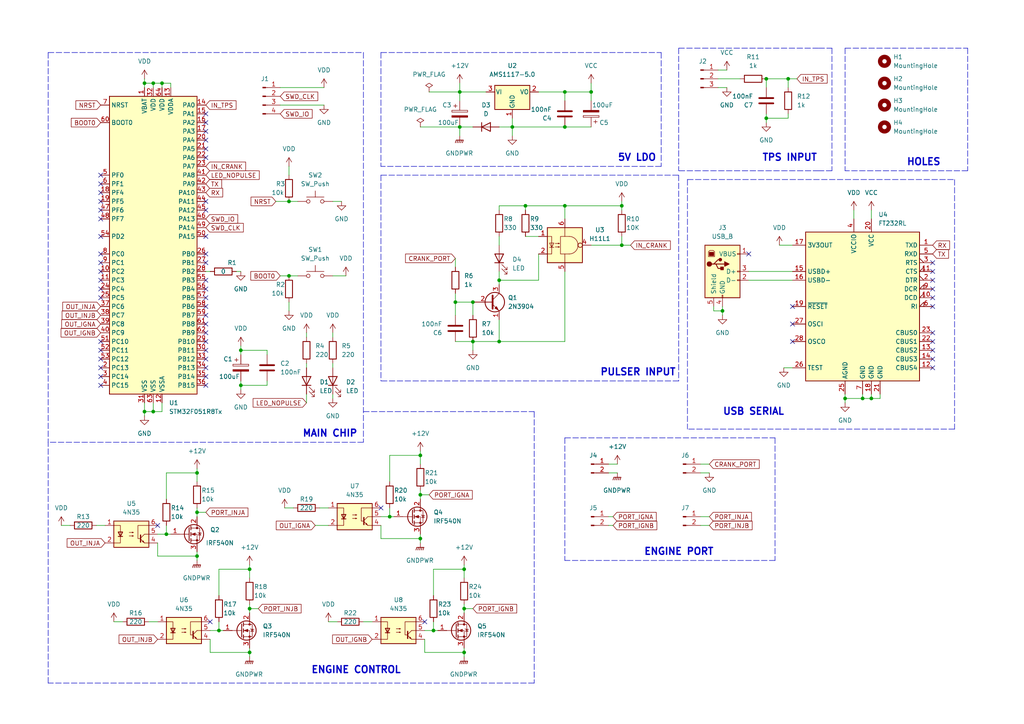
<source format=kicad_sch>
(kicad_sch (version 20211123) (generator eeschema)
  (paper "A4")
  (title_block (title "Custom Engine Control Unit") (date "2022-12-26") (rev "0") (company "Achmadi ST MT"))
  (junction (at 46.99 24.13))
  (junction (at 63.5 182.88))
  (junction (at 209.55 90.17))
  (junction (at 180.34 59.69))
  (junction (at 250.19 115.57))
  (junction (at 121.92 132.08))
  (junction (at 133.35 36.83))
  (junction (at 44.45 119.38))
  (junction (at 171.45 26.67))
  (junction (at 163.83 36.83))
  (junction (at 132.08 87.63))
  (junction (at 48.26 154.94))
  (junction (at 144.78 99.06))
  (junction (at 72.39 165.1))
  (junction (at 41.91 119.38))
  (junction (at 228.6 22.86))
  (junction (at 137.16 87.63))
  (junction (at 222.25 22.86))
  (junction (at 137.16 99.06))
  (junction (at 57.15 148.59))
  (junction (at 69.85 101.6))
  (junction (at 72.39 176.53))
  (junction (at 44.45 24.13))
  (junction (at 180.34 71.12))
  (junction (at 125.73 182.88))
  (junction (at 163.83 59.69))
  (junction (at 222.25 34.29))
  (junction (at 152.4 59.69))
  (junction (at 83.82 58.42))
  (junction (at 252.73 115.57))
  (junction (at 163.83 26.67))
  (junction (at 113.03 149.86))
  (junction (at 69.85 111.76))
  (junction (at 144.78 81.28))
  (junction (at 121.92 156.21))
  (junction (at 121.92 143.51))
  (junction (at 57.15 137.16))
  (junction (at 245.11 115.57))
  (junction (at 134.62 189.23))
  (junction (at 148.59 36.83))
  (junction (at 83.82 80.01))
  (junction (at 41.91 24.13))
  (junction (at 134.62 165.1))
  (junction (at 72.39 189.23))
  (junction (at 133.35 26.67))
  (junction (at 57.15 161.29))
  (junction (at 134.62 176.53))
  (no_connect (at 45.72 152.4))
  (no_connect (at 110.49 147.32))
  (no_connect (at 217.17 73.66))
  (no_connect (at 59.69 73.66))
  (no_connect (at 59.69 68.58))
  (no_connect (at 59.69 60.96))
  (no_connect (at 59.69 58.42))
  (no_connect (at 29.21 60.96))
  (no_connect (at 29.21 63.5))
  (no_connect (at 29.21 68.58))
  (no_connect (at 29.21 58.42))
  (no_connect (at 29.21 50.8))
  (no_connect (at 29.21 53.34))
  (no_connect (at 29.21 55.88))
  (no_connect (at 59.69 45.72))
  (no_connect (at 59.69 43.18))
  (no_connect (at 59.69 40.64))
  (no_connect (at 59.69 38.1))
  (no_connect (at 29.21 101.6))
  (no_connect (at 29.21 104.14))
  (no_connect (at 29.21 106.68))
  (no_connect (at 29.21 109.22))
  (no_connect (at 29.21 99.06))
  (no_connect (at 29.21 86.36))
  (no_connect (at 59.69 96.52))
  (no_connect (at 59.69 99.06))
  (no_connect (at 59.69 101.6))
  (no_connect (at 59.69 88.9))
  (no_connect (at 59.69 91.44))
  (no_connect (at 59.69 93.98))
  (no_connect (at 29.21 73.66))
  (no_connect (at 29.21 111.76))
  (no_connect (at 59.69 104.14))
  (no_connect (at 59.69 106.68))
  (no_connect (at 59.69 109.22))
  (no_connect (at 59.69 111.76))
  (no_connect (at 29.21 83.82))
  (no_connect (at 29.21 76.2))
  (no_connect (at 29.21 78.74))
  (no_connect (at 29.21 81.28))
  (no_connect (at 59.69 86.36))
  (no_connect (at 59.69 83.82))
  (no_connect (at 59.69 81.28))
  (no_connect (at 59.69 76.2))
  (no_connect (at 59.69 35.56))
  (no_connect (at 59.69 33.02))
  (no_connect (at 60.96 180.34))
  (no_connect (at 123.19 180.34))
  (no_connect (at 229.87 99.06))
  (no_connect (at 229.87 93.98))
  (no_connect (at 229.87 88.9))
  (no_connect (at 270.51 106.68))
  (no_connect (at 270.51 101.6))
  (no_connect (at 270.51 104.14))
  (no_connect (at 270.51 78.74))
  (no_connect (at 270.51 83.82))
  (no_connect (at 270.51 76.2))
  (no_connect (at 270.51 81.28))
  (no_connect (at 270.51 86.36))
  (no_connect (at 270.51 88.9))
  (no_connect (at 270.51 96.52))
  (no_connect (at 270.51 99.06))
  (wire (pts (xy 134.62 175.26) (xy 134.62 176.53)))
  (wire (pts (xy 113.03 132.08) (xy 121.92 132.08)))
  (wire (pts (xy 113.03 147.32) (xy 113.03 149.86)))
  (wire (pts (xy 208.28 20.32) (xy 210.82 20.32)))
  (wire (pts (xy 69.85 100.33) (xy 69.85 101.6)))
  (polyline (pts (xy 105.41 15.24) (xy 105.41 128.27)))
  (wire (pts (xy 209.55 90.17) (xy 209.55 91.44)))
  (polyline (pts (xy 110.49 15.24) (xy 191.77 15.24)))
  (wire (pts (xy 148.59 34.29) (xy 148.59 36.83)))
  (wire (pts (xy 148.59 36.83) (xy 163.83 36.83)))
  (wire (pts (xy 41.91 24.13) (xy 44.45 24.13)))
  (wire (pts (xy 96.52 114.3) (xy 96.52 115.57)))
  (wire (pts (xy 83.82 80.01) (xy 86.36 80.01)))
  (polyline (pts (xy 280.67 49.53) (xy 245.11 49.53)))
  (wire (pts (xy 180.34 59.69) (xy 180.34 60.96)))
  (wire (pts (xy 163.83 78.74) (xy 163.83 99.06)))
  (wire (pts (xy 134.62 176.53) (xy 134.62 177.8)))
  (wire (pts (xy 81.28 80.01) (xy 83.82 80.01)))
  (wire (pts (xy 105.41 180.34) (xy 107.95 180.34)))
  (wire (pts (xy 82.55 147.32) (xy 85.09 147.32)))
  (polyline (pts (xy 110.49 15.24) (xy 110.49 48.26)))
  (wire (pts (xy 252.73 114.3) (xy 252.73 115.57)))
  (wire (pts (xy 48.26 144.78) (xy 48.26 137.16)))
  (wire (pts (xy 163.83 99.06) (xy 144.78 99.06)))
  (wire (pts (xy 81.28 30.48) (xy 93.98 30.48)))
  (polyline (pts (xy 13.97 198.12) (xy 13.97 128.27)))
  (wire (pts (xy 125.73 165.1) (xy 134.62 165.1)))
  (polyline (pts (xy 196.85 13.97) (xy 196.85 49.53)))
  (wire (pts (xy 113.03 149.86) (xy 114.3 149.86)))
  (wire (pts (xy 46.99 119.38) (xy 44.45 119.38)))
  (wire (pts (xy 180.34 58.42) (xy 180.34 59.69)))
  (wire (pts (xy 41.91 120.65) (xy 41.91 119.38)))
  (wire (pts (xy 69.85 78.74) (xy 68.58 78.74)))
  (wire (pts (xy 88.9 114.3) (xy 88.9 116.84)))
  (wire (pts (xy 44.45 25.4) (xy 44.45 24.13)))
  (wire (pts (xy 121.92 142.24) (xy 121.92 143.51)))
  (wire (pts (xy 227.33 106.68) (xy 229.87 106.68)))
  (wire (pts (xy 72.39 165.1) (xy 72.39 167.64)))
  (polyline (pts (xy 237.49 13.97) (xy 241.3 13.97)))
  (wire (pts (xy 83.82 58.42) (xy 86.36 58.42)))
  (polyline (pts (xy 13.97 15.24) (xy 105.41 15.24)))
  (wire (pts (xy 69.85 101.6) (xy 77.47 101.6)))
  (wire (pts (xy 203.2 137.16) (xy 205.74 137.16)))
  (polyline (pts (xy 241.3 49.53) (xy 237.49 49.53)))
  (wire (pts (xy 57.15 147.32) (xy 57.15 148.59)))
  (wire (pts (xy 133.35 36.83) (xy 137.16 36.83)))
  (wire (pts (xy 156.21 81.28) (xy 156.21 73.66)))
  (polyline (pts (xy 196.85 110.49) (xy 110.49 110.49)))
  (wire (pts (xy 144.78 78.74) (xy 144.78 81.28)))
  (polyline (pts (xy 163.83 127) (xy 224.79 127)))
  (wire (pts (xy 69.85 110.49) (xy 69.85 111.76)))
  (wire (pts (xy 83.82 87.63) (xy 83.82 90.17)))
  (wire (pts (xy 207.01 90.17) (xy 209.55 90.17)))
  (wire (pts (xy 17.78 152.4) (xy 20.32 152.4)))
  (wire (pts (xy 93.98 25.4) (xy 81.28 25.4)))
  (polyline (pts (xy 237.49 49.53) (xy 196.85 49.53)))
  (wire (pts (xy 88.9 96.52) (xy 88.9 97.79)))
  (wire (pts (xy 133.35 26.67) (xy 133.35 29.21)))
  (wire (pts (xy 163.83 59.69) (xy 180.34 59.69)))
  (polyline (pts (xy 280.67 13.97) (xy 280.67 49.53)))
  (wire (pts (xy 176.53 134.62) (xy 179.07 134.62)))
  (wire (pts (xy 144.78 60.96) (xy 144.78 59.69)))
  (wire (pts (xy 132.08 99.06) (xy 137.16 99.06)))
  (wire (pts (xy 163.83 36.83) (xy 171.45 36.83)))
  (wire (pts (xy 121.92 143.51) (xy 121.92 144.78)))
  (wire (pts (xy 124.46 26.67) (xy 133.35 26.67)))
  (wire (pts (xy 72.39 187.96) (xy 72.39 189.23)))
  (wire (pts (xy 152.4 60.96) (xy 152.4 59.69)))
  (wire (pts (xy 144.78 36.83) (xy 148.59 36.83)))
  (wire (pts (xy 148.59 36.83) (xy 148.59 39.37)))
  (wire (pts (xy 57.15 135.89) (xy 57.15 137.16)))
  (wire (pts (xy 222.25 33.02) (xy 222.25 34.29)))
  (wire (pts (xy 123.19 185.42) (xy 123.19 189.23)))
  (wire (pts (xy 69.85 111.76) (xy 69.85 113.03)))
  (wire (pts (xy 250.19 114.3) (xy 250.19 115.57)))
  (wire (pts (xy 27.94 152.4) (xy 30.48 152.4)))
  (wire (pts (xy 60.96 78.74) (xy 59.69 78.74)))
  (wire (pts (xy 222.25 34.29) (xy 222.25 35.56)))
  (wire (pts (xy 123.19 182.88) (xy 125.73 182.88)))
  (wire (pts (xy 41.91 24.13) (xy 41.91 25.4)))
  (wire (pts (xy 180.34 71.12) (xy 182.88 71.12)))
  (wire (pts (xy 45.72 161.29) (xy 57.15 161.29)))
  (wire (pts (xy 171.45 26.67) (xy 171.45 29.21)))
  (wire (pts (xy 69.85 101.6) (xy 69.85 102.87)))
  (wire (pts (xy 176.53 152.4) (xy 177.8 152.4)))
  (wire (pts (xy 45.72 157.48) (xy 45.72 161.29)))
  (wire (pts (xy 121.92 132.08) (xy 121.92 134.62)))
  (polyline (pts (xy 163.83 127) (xy 163.83 162.56)))
  (wire (pts (xy 133.35 24.13) (xy 133.35 26.67)))
  (wire (pts (xy 250.19 115.57) (xy 245.11 115.57)))
  (wire (pts (xy 134.62 165.1) (xy 134.62 167.64)))
  (wire (pts (xy 63.5 180.34) (xy 63.5 182.88)))
  (wire (pts (xy 60.96 189.23) (xy 72.39 189.23)))
  (wire (pts (xy 228.6 22.86) (xy 231.14 22.86)))
  (wire (pts (xy 72.39 189.23) (xy 72.39 190.5)))
  (wire (pts (xy 44.45 119.38) (xy 41.91 119.38)))
  (wire (pts (xy 110.49 152.4) (xy 110.49 156.21)))
  (wire (pts (xy 110.49 156.21) (xy 121.92 156.21)))
  (polyline (pts (xy 105.41 119.38) (xy 154.94 119.38)))
  (wire (pts (xy 140.97 26.67) (xy 133.35 26.67)))
  (wire (pts (xy 96.52 58.42) (xy 99.06 58.42)))
  (wire (pts (xy 43.18 180.34) (xy 45.72 180.34)))
  (wire (pts (xy 132.08 74.93) (xy 132.08 77.47)))
  (wire (pts (xy 88.9 105.41) (xy 88.9 106.68)))
  (wire (pts (xy 96.52 96.52) (xy 96.52 97.79)))
  (wire (pts (xy 60.96 185.42) (xy 60.96 189.23)))
  (wire (pts (xy 96.52 80.01) (xy 100.33 80.01)))
  (wire (pts (xy 252.73 60.96) (xy 252.73 63.5)))
  (wire (pts (xy 134.62 189.23) (xy 134.62 190.5)))
  (wire (pts (xy 203.2 134.62) (xy 205.74 134.62)))
  (polyline (pts (xy 224.79 162.56) (xy 163.83 162.56)))
  (wire (pts (xy 57.15 160.02) (xy 57.15 161.29)))
  (wire (pts (xy 255.27 114.3) (xy 255.27 115.57)))
  (wire (pts (xy 228.6 33.02) (xy 228.6 34.29)))
  (wire (pts (xy 228.6 25.4) (xy 228.6 22.86)))
  (polyline (pts (xy 196.85 13.97) (xy 237.49 13.97)))
  (wire (pts (xy 91.44 152.4) (xy 95.25 152.4)))
  (polyline (pts (xy 196.85 50.8) (xy 196.85 110.49)))
  (wire (pts (xy 144.78 68.58) (xy 144.78 71.12)))
  (wire (pts (xy 57.15 162.56) (xy 57.15 161.29)))
  (wire (pts (xy 156.21 26.67) (xy 163.83 26.67)))
  (wire (pts (xy 176.53 137.16) (xy 179.07 137.16)))
  (wire (pts (xy 217.17 78.74) (xy 229.87 78.74)))
  (wire (pts (xy 252.73 115.57) (xy 255.27 115.57)))
  (wire (pts (xy 72.39 163.83) (xy 72.39 165.1)))
  (wire (pts (xy 228.6 22.86) (xy 222.25 22.86)))
  (wire (pts (xy 125.73 180.34) (xy 125.73 182.88)))
  (wire (pts (xy 245.11 114.3) (xy 245.11 115.57)))
  (wire (pts (xy 125.73 172.72) (xy 125.73 165.1)))
  (polyline (pts (xy 110.49 50.8) (xy 110.49 110.49)))
  (wire (pts (xy 121.92 130.81) (xy 121.92 132.08)))
  (wire (pts (xy 133.35 36.83) (xy 133.35 39.37)))
  (polyline (pts (xy 154.94 119.38) (xy 154.94 198.12)))
  (wire (pts (xy 176.53 149.86) (xy 177.8 149.86)))
  (wire (pts (xy 46.99 25.4) (xy 46.99 24.13)))
  (wire (pts (xy 203.2 149.86) (xy 205.74 149.86)))
  (polyline (pts (xy 191.77 48.26) (xy 110.49 48.26)))
  (wire (pts (xy 134.62 176.53) (xy 137.16 176.53)))
  (wire (pts (xy 137.16 87.63) (xy 137.16 91.44)))
  (wire (pts (xy 113.03 139.7) (xy 113.03 132.08)))
  (wire (pts (xy 121.92 154.94) (xy 121.92 156.21)))
  (polyline (pts (xy 110.49 50.8) (xy 196.85 50.8)))
  (wire (pts (xy 144.78 81.28) (xy 156.21 81.28)))
  (wire (pts (xy 77.47 111.76) (xy 69.85 111.76)))
  (wire (pts (xy 123.19 189.23) (xy 134.62 189.23)))
  (wire (pts (xy 46.99 24.13) (xy 44.45 24.13)))
  (polyline (pts (xy 245.11 13.97) (xy 245.11 49.53)))
  (wire (pts (xy 121.92 156.21) (xy 121.92 157.48)))
  (wire (pts (xy 134.62 163.83) (xy 134.62 165.1)))
  (wire (pts (xy 226.06 71.12) (xy 229.87 71.12)))
  (wire (pts (xy 125.73 182.88) (xy 127 182.88)))
  (polyline (pts (xy 199.39 52.07) (xy 276.86 52.07)))
  (wire (pts (xy 72.39 176.53) (xy 72.39 177.8)))
  (wire (pts (xy 217.17 81.28) (xy 229.87 81.28)))
  (wire (pts (xy 132.08 85.09) (xy 132.08 87.63)))
  (wire (pts (xy 171.45 24.13) (xy 171.45 26.67)))
  (wire (pts (xy 77.47 110.49) (xy 77.47 111.76)))
  (wire (pts (xy 45.72 154.94) (xy 48.26 154.94)))
  (polyline (pts (xy 276.86 52.07) (xy 276.86 124.46)))
  (wire (pts (xy 245.11 115.57) (xy 245.11 116.84)))
  (polyline (pts (xy 154.94 198.12) (xy 13.97 198.12)))
  (polyline (pts (xy 276.86 124.46) (xy 199.39 124.46)))
  (wire (pts (xy 83.82 48.26) (xy 83.82 50.8)))
  (wire (pts (xy 57.15 148.59) (xy 57.15 149.86)))
  (polyline (pts (xy 199.39 52.07) (xy 199.39 124.46)))
  (wire (pts (xy 63.5 172.72) (xy 63.5 165.1)))
  (wire (pts (xy 163.83 26.67) (xy 171.45 26.67)))
  (wire (pts (xy 144.78 92.71) (xy 144.78 99.06)))
  (wire (pts (xy 171.45 71.12) (xy 180.34 71.12)))
  (wire (pts (xy 57.15 137.16) (xy 57.15 139.7)))
  (wire (pts (xy 49.53 24.13) (xy 46.99 24.13)))
  (wire (pts (xy 72.39 175.26) (xy 72.39 176.53)))
  (wire (pts (xy 48.26 154.94) (xy 49.53 154.94)))
  (wire (pts (xy 247.65 60.96) (xy 247.65 63.5)))
  (wire (pts (xy 163.83 26.67) (xy 163.83 29.21)))
  (wire (pts (xy 96.52 105.41) (xy 96.52 106.68)))
  (wire (pts (xy 48.26 137.16) (xy 57.15 137.16)))
  (wire (pts (xy 132.08 91.44) (xy 132.08 87.63)))
  (wire (pts (xy 92.71 147.32) (xy 95.25 147.32)))
  (wire (pts (xy 132.08 87.63) (xy 137.16 87.63)))
  (wire (pts (xy 144.78 59.69) (xy 152.4 59.69)))
  (wire (pts (xy 72.39 176.53) (xy 74.93 176.53)))
  (wire (pts (xy 33.02 180.34) (xy 35.56 180.34)))
  (wire (pts (xy 44.45 116.84) (xy 44.45 119.38)))
  (wire (pts (xy 77.47 102.87) (xy 77.47 101.6)))
  (wire (pts (xy 152.4 68.58) (xy 156.21 68.58)))
  (wire (pts (xy 144.78 82.55) (xy 144.78 81.28)))
  (wire (pts (xy 222.25 22.86) (xy 222.25 25.4)))
  (polyline (pts (xy 241.3 13.97) (xy 241.3 49.53)))
  (wire (pts (xy 49.53 25.4) (xy 49.53 24.13)))
  (wire (pts (xy 137.16 99.06) (xy 137.16 101.6)))
  (wire (pts (xy 163.83 63.5) (xy 163.83 59.69)))
  (wire (pts (xy 134.62 187.96) (xy 134.62 189.23)))
  (wire (pts (xy 250.19 115.57) (xy 252.73 115.57)))
  (wire (pts (xy 152.4 59.69) (xy 163.83 59.69)))
  (polyline (pts (xy 191.77 15.24) (xy 191.77 48.26)))
  (wire (pts (xy 180.34 68.58) (xy 180.34 71.12)))
  (wire (pts (xy 144.78 99.06) (xy 137.16 99.06)))
  (wire (pts (xy 208.28 25.4) (xy 210.82 25.4)))
  (polyline (pts (xy 245.11 13.97) (xy 280.67 13.97)))
  (wire (pts (xy 60.96 182.88) (xy 63.5 182.88)))
  (wire (pts (xy 203.2 152.4) (xy 205.74 152.4)))
  (wire (pts (xy 41.91 116.84) (xy 41.91 119.38)))
  (polyline (pts (xy 224.79 127) (xy 224.79 162.56)))
  (wire (pts (xy 80.01 58.42) (xy 83.82 58.42)))
  (wire (pts (xy 63.5 165.1) (xy 72.39 165.1)))
  (wire (pts (xy 208.28 22.86) (xy 214.63 22.86)))
  (wire (pts (xy 48.26 152.4) (xy 48.26 154.94)))
  (wire (pts (xy 121.92 143.51) (xy 124.46 143.51)))
  (wire (pts (xy 228.6 34.29) (xy 222.25 34.29)))
  (wire (pts (xy 57.15 148.59) (xy 59.69 148.59)))
  (wire (pts (xy 41.91 22.86) (xy 41.91 24.13)))
  (wire (pts (xy 209.55 88.9) (xy 209.55 90.17)))
  (polyline (pts (xy 13.97 15.24) (xy 13.97 128.27)))
  (wire (pts (xy 121.92 36.83) (xy 133.35 36.83)))
  (wire (pts (xy 110.49 149.86) (xy 113.03 149.86)))
  (wire (pts (xy 207.01 88.9) (xy 207.01 90.17)))
  (wire (pts (xy 46.99 116.84) (xy 46.99 119.38)))
  (polyline (pts (xy 105.41 128.27) (xy 13.97 128.27)))
  (wire (pts (xy 63.5 182.88) (xy 64.77 182.88)))
  (wire (pts (xy 95.25 180.34) (xy 97.79 180.34)))
  (text "PULSER INPUT\n" (at 173.99 109.22 0) (effects (font (size 2 2) bold) (justify left bottom)))
  (text "MAIN CHIP" (at 87.63 127 0) (effects (font (size 2 2) (thickness 0.4) bold) (justify left bottom)))
  (text "5V LDO" (at 179.07 46.99 0) (effects (font (size 2 2) bold) (justify left bottom)))
  (text "USB SERIAL\n" (at 209.55 120.65 0) (effects (font (size 2 2) bold) (justify left bottom)))
  (text "ENGINE PORT\n" (at 186.69 161.29 0) (effects (font (size 2 2) bold) (justify left bottom)))
  (text "HOLES\n" (at 262.89 48.26 0) (effects (font (size 2 2) bold) (justify left bottom)))
  (text "TPS INPUT\n" (at 220.98 46.99 0) (effects (font (size 2 2) bold) (justify left bottom)))
  (text "ENGINE CONTROL\n" (at 90.17 195.58 0) (effects (font (size 2 2) bold) (justify left bottom)))
  (global_label "RX" (shape input) (at 59.69 55.88 0) (property "Intersheet References" "${INTERSHEET_REFS}" (effects hide)))
  (global_label "NRST" (shape input) (at 29.21 30.48 180) (property "Intersheet References" "${INTERSHEET_REFS}" (effects hide)))
  (global_label "OUT_IGNB" (shape input) (at 29.21 96.52 180) (property "Intersheet References" "${INTERSHEET_REFS}" (effects hide)))
  (global_label "OUT_INJB" (shape input) (at 45.72 185.42 180) (property "Intersheet References" "${INTERSHEET_REFS}" (effects hide)))
  (global_label "CRANK_PORT" (shape input) (at 205.74 134.62 0) (property "Intersheet References" "${INTERSHEET_REFS}" (effects hide)))
  (global_label "RX" (shape input) (at 270.51 71.12 0) (property "Intersheet References" "${INTERSHEET_REFS}" (effects hide)))
  (global_label "TX" (shape input) (at 270.51 73.66 0) (property "Intersheet References" "${INTERSHEET_REFS}" (effects hide)))
  (global_label "OUT_INJB" (shape input) (at 29.21 91.44 180) (property "Intersheet References" "${INTERSHEET_REFS}" (effects hide)))
  (global_label "PORT_IGNB" (shape input) (at 177.8 152.4 0) (property "Intersheet References" "${INTERSHEET_REFS}" (effects hide)))
  (global_label "IN_CRANK" (shape input) (at 182.88 71.12 0) (property "Intersheet References" "${INTERSHEET_REFS}" (effects hide)))
  (global_label "BOOT0" (shape input) (at 29.21 35.56 180) (property "Intersheet References" "${INTERSHEET_REFS}" (effects hide)))
  (global_label "PORT_IGNA" (shape input) (at 177.8 149.86 0) (property "Intersheet References" "${INTERSHEET_REFS}" (effects hide)))
  (global_label "LED_NOPULSE" (shape input) (at 59.69 50.8 0) (property "Intersheet References" "${INTERSHEET_REFS}" (effects hide)))
  (global_label "PORT_IGNB" (shape input) (at 137.16 176.53 0) (property "Intersheet References" "${INTERSHEET_REFS}" (effects hide)))
  (global_label "IN_TPS" (shape input) (at 231.14 22.86 0) (property "Intersheet References" "${INTERSHEET_REFS}" (effects hide)))
  (global_label "OUT_IGNA" (shape input) (at 29.21 93.98 180) (property "Intersheet References" "${INTERSHEET_REFS}" (effects hide)))
  (global_label "PORT_IGNA" (shape input) (at 124.46 143.51 0) (property "Intersheet References" "${INTERSHEET_REFS}" (effects hide)))
  (global_label "NRST" (shape input) (at 80.01 58.42 180) (property "Intersheet References" "${INTERSHEET_REFS}" (effects hide)))
  (global_label "OUT_INJA" (shape input) (at 29.21 88.9 180) (property "Intersheet References" "${INTERSHEET_REFS}" (effects hide)))
  (global_label "OUT_IGNB" (shape input) (at 107.95 185.42 180) (property "Intersheet References" "${INTERSHEET_REFS}" (effects hide)))
  (global_label "IN_TPS" (shape input) (at 59.69 30.48 0) (property "Intersheet References" "${INTERSHEET_REFS}" (effects hide)))
  (global_label "CRANK_PORT" (shape input) (at 132.08 74.93 180) (property "Intersheet References" "${INTERSHEET_REFS}" (effects hide)))
  (global_label "BOOT0" (shape input) (at 81.28 80.01 180) (property "Intersheet References" "${INTERSHEET_REFS}" (effects hide)))
  (global_label "TX" (shape input) (at 59.69 53.34 0) (property "Intersheet References" "${INTERSHEET_REFS}" (effects hide)))
  (global_label "SWD_IO" (shape input) (at 81.28 33.02 0) (property "Intersheet References" "${INTERSHEET_REFS}" (effects hide)))
  (global_label "PORT_INJB" (shape input) (at 205.74 152.4 0) (property "Intersheet References" "${INTERSHEET_REFS}" (effects hide)))
  (global_label "PORT_INJA" (shape input) (at 205.74 149.86 0) (property "Intersheet References" "${INTERSHEET_REFS}" (effects hide)))
  (global_label "SWD_IO" (shape input) (at 59.69 63.5 0) (property "Intersheet References" "${INTERSHEET_REFS}" (effects hide)))
  (global_label "IN_CRANK" (shape input) (at 59.69 48.26 0) (property "Intersheet References" "${INTERSHEET_REFS}" (effects hide)))
  (global_label "PORT_INJA" (shape input) (at 59.69 148.59 0) (property "Intersheet References" "${INTERSHEET_REFS}" (effects hide)))
  (global_label "PORT_INJB" (shape input) (at 74.93 176.53 0) (property "Intersheet References" "${INTERSHEET_REFS}" (effects hide)))
  (global_label "OUT_IGNA" (shape input) (at 91.44 152.4 180) (property "Intersheet References" "${INTERSHEET_REFS}" (effects hide)))
  (global_label "OUT_INJA" (shape input) (at 30.48 157.48 180) (property "Intersheet References" "${INTERSHEET_REFS}" (effects hide)))
  (global_label "LED_NOPULSE" (shape input) (at 88.9 116.84 180) (property "Intersheet References" "${INTERSHEET_REFS}" (effects hide)))
  (global_label "SWD_CLK" (shape input) (at 59.69 66.04 0) (property "Intersheet References" "${INTERSHEET_REFS}" (effects hide)))
  (global_label "SWD_CLK" (shape input) (at 81.28 27.94 0) (property "Intersheet References" "${INTERSHEET_REFS}" (effects hide)))
  (symbol (lib_id "Mechanical:MountingHole") (at 256.54 24.13 0) (unit 1)
    (property "Reference" "H2" (at 259.08 22.8599 0) (effects (justify left)))
    (property "Value" "MountingHole" (at 259.08 25.3999 0) (effects (justify left)))
  )
  (symbol (lib_id "power:VCC") (at 171.45 24.13 0) (unit 1)
    (property "Reference" "#PWR019" (effects hide))
    (property "Value" "VCC" (at 171.45 19.05 0))
  )
  (symbol (lib_id "Device:C_Polarized") (at 69.85 106.68 0) (unit 1)
    (property "Reference" "C1" (at 64.77 104.14 0) (effects (justify left)))
    (property "Value" "100uF" (at 63.5 109.22 0) (effects (justify left)))
  )
  (symbol (lib_id "Device:R") (at 57.15 143.51 0) (unit 1)
    (property "Reference" "R15" (at 58.42 142.24 0) (effects (justify left)))
    (property "Value" "10k" (at 58.42 144.78 0) (effects (justify left)))
  )
  (symbol (lib_id "power:GND") (at 93.98 30.48 0) (unit 1)
    (property "Reference" "#PWR07" (effects hide))
    (property "Value" "GND" (at 93.98 35.56 0))
  )
  (symbol (lib_id "power:GNDPWR") (at 133.35 39.37 0) (unit 1)
    (property "Reference" "#PWR016" (effects hide))
    (property "Value" "GNDPWR" (at 133.223 44.45 0))
  )
  (symbol (lib_id "power:+12V") (at 121.92 130.81 0) (unit 1)
    (property "Reference" "#PWR037" (effects hide))
    (property "Value" "+12V" (at 121.92 125.73 0))
  )
  (symbol (lib_id "power:VDD") (at 96.52 96.52 0) (unit 1)
    (property "Reference" "#PWR013" (effects hide))
    (property "Value" "VDD" (at 96.52 91.44 0))
  )
  (symbol (lib_id "Device:R") (at 63.5 176.53 0) (unit 1)
    (property "Reference" "R17" (at 64.77 175.26 0) (effects (justify left)))
    (property "Value" "10k" (at 64.77 177.8 0) (effects (justify left)))
  )
  (symbol (lib_id "Device:LED") (at 144.78 74.93 90) (unit 1)
    (property "Reference" "D4" (at 148.59 75.2474 90) (effects (justify right)))
    (property "Value" "LED" (at 148.59 77.7874 90) (effects (justify right)))
  )
  (symbol (lib_id "Device:R") (at 48.26 148.59 0) (unit 1)
    (property "Reference" "R14" (at 49.53 147.32 0) (effects (justify left)))
    (property "Value" "10k" (at 49.53 149.86 0) (effects (justify left)))
  )
  (symbol (lib_id "Transistor_FET:IRF540N") (at 119.38 149.86 0) (unit 1)
    (property "Reference" "Q4" (at 125.73 148.5899 0) (effects (justify left)))
    (property "Value" "IRF540N" (at 125.73 151.1299 0) (effects (justify left)))
    (property "Footprint" "Package_TO_SOT_THT:TO-220-3_Vertical" (effects hide))
    (property "Datasheet" "http://www.irf.com/product-info/datasheets/data/irf540n.pdf" (effects hide))
  )
  (symbol (lib_id "power:GND") (at 245.11 116.84 0) (unit 1)
    (property "Reference" "#PWR026" (effects hide))
    (property "Value" "GND" (at 245.11 121.92 0))
  )
  (symbol (lib_id "Device:C") (at 163.83 33.02 180) (unit 1)
    (property "Reference" "C4" (at 160.02 34.2901 0) (effects (justify left)))
    (property "Value" "100nF" (at 160.02 31.7501 0) (effects (justify left)))
  )
  (symbol (lib_id "Device:LED") (at 88.9 110.49 90) (unit 1)
    (property "Reference" "D1" (at 92.71 110.8074 90) (effects (justify right)))
    (property "Value" "LED" (at 92.71 113.3474 90) (effects (justify right)))
  )
  (symbol (lib_id "power:VDD") (at 95.25 180.34 0) (unit 1)
    (property "Reference" "#PWR039" (effects hide))
    (property "Value" "VDD" (at 95.25 175.26 0))
  )
  (symbol (lib_id "Device:R") (at 134.62 171.45 0) (unit 1)
    (property "Reference" "R24" (at 135.89 170.18 0) (effects (justify left)))
    (property "Value" "10k" (at 135.89 172.72 0) (effects (justify left)))
  )
  (symbol (lib_id "power:GND") (at 148.59 39.37 0) (unit 1)
    (property "Reference" "#PWR017" (effects hide))
    (property "Value" "GND" (at 148.59 44.45 0))
  )
  (symbol (lib_id "Mechanical:MountingHole") (at 256.54 30.48 0) (unit 1)
    (property "Reference" "H3" (at 259.08 29.2099 0) (effects (justify left)))
    (property "Value" "MountingHole" (at 259.08 31.7499 0) (effects (justify left)))
  )
  (symbol (lib_id "power:GND") (at 41.91 120.65 0) (unit 1)
    (property "Reference" "#PWR02" (effects hide))
    (property "Value" "GND" (at 41.91 125.73 0))
  )
  (symbol (lib_id "power:GNDPWR") (at 121.92 157.48 0) (unit 1)
    (property "Reference" "#PWR038" (effects hide))
    (property "Value" "GNDPWR" (at 121.793 162.56 0))
  )
  (symbol (lib_id "Device:C_Polarized") (at 171.45 33.02 180) (unit 1)
    (property "Reference" "C5" (at 176.53 35.56 0) (effects (justify left)))
    (property "Value" "100uF" (at 177.8 30.48 0) (effects (justify left)))
  )
  (symbol (lib_id "power:+12V") (at 133.35 24.13 0) (unit 1)
    (property "Reference" "#PWR015" (effects hide))
    (property "Value" "+12V" (at 133.35 19.05 0))
  )
  (symbol (lib_id "power:GND") (at 83.82 90.17 0) (unit 1)
    (property "Reference" "#PWR04" (effects hide))
    (property "Value" "GND" (at 83.82 95.25 0))
  )
  (symbol (lib_id "MCU_ST_STM32F0:STM32F051R8Tx") (at 44.45 71.12 0) (unit 1)
    (property "Reference" "U1" (at 49.0094 116.84 0) (effects (justify left)))
    (property "Value" "STM32F051R8Tx" (at 49.0094 119.38 0) (effects (justify left)))
    (property "Footprint" "Package_QFP:LQFP-64_10x10mm_P0.5mm" (effects hide))
    (property "Datasheet" "http://www.st.com/st-web-ui/static/active/en/resource/technical/document/datasheet/DM00039193.pdf" (effects hide))
  )
  (symbol (lib_id "Switch:SW_Push") (at 91.44 58.42 0) (unit 1)
    (property "Reference" "SW2" (at 91.44 50.8 0))
    (property "Value" "SW_Push" (at 91.44 53.34 0))
  )
  (symbol (lib_id "Device:R") (at 101.6 180.34 90) (unit 1)
    (property "Reference" "R22" (at 101.6 177.8 90))
    (property "Value" "220" (at 101.6 180.34 90))
  )
  (symbol (lib_id "Device:R") (at 64.77 78.74 90) (unit 1)
    (property "Reference" "R1" (at 67.31 76.2 90))
    (property "Value" "0" (at 64.77 78.74 90))
  )
  (symbol (lib_id "power:VDD") (at 82.55 147.32 0) (unit 1)
    (property "Reference" "#PWR036" (effects hide))
    (property "Value" "VDD" (at 82.55 142.24 0))
  )
  (symbol (lib_id "Device:R") (at 96.52 101.6 0) (unit 1)
    (property "Reference" "R5" (at 99.06 100.3299 0) (effects (justify left)))
    (property "Value" "220" (at 99.06 102.8699 0) (effects (justify left)))
  )
  (symbol (lib_id "power:VDD") (at 180.34 58.42 0) (unit 1)
    (property "Reference" "#PWR020" (effects hide))
    (property "Value" "VDD" (at 180.34 53.34 0))
  )
  (symbol (lib_id "Device:C_Polarized") (at 133.35 33.02 0) (unit 1)
    (property "Reference" "C3" (at 128.27 30.48 0) (effects (justify left)))
    (property "Value" "100uF" (at 127 35.56 0) (effects (justify left)))
  )
  (symbol (lib_id "power:GND") (at 222.25 35.56 0) (unit 1)
    (property "Reference" "#PWR023" (effects hide))
    (property "Value" "GND" (at 222.25 40.64 0))
  )
  (symbol (lib_id "Isolator:4N35") (at 102.87 149.86 0) (unit 1)
    (property "Reference" "U7" (at 102.87 140.97 0))
    (property "Value" "4N35" (at 102.87 143.51 0))
    (property "Footprint" "Package_DIP:DIP-6_W7.62mm" (effects hide))
    (property "Datasheet" "https://www.vishay.com/docs/81181/4n35.pdf" (effects hide))
  )
  (symbol (lib_id "Switch:SW_Push") (at 91.44 80.01 0) (unit 1)
    (property "Reference" "SW1" (at 91.44 72.39 0))
    (property "Value" "SW_Push" (at 91.44 74.93 0))
  )
  (symbol (lib_id "power:GNDPWR") (at 134.62 190.5 0) (unit 1)
    (property "Reference" "#PWR041" (effects hide))
    (property "Value" "GNDPWR" (at 134.493 195.58 0))
  )
  (symbol (lib_id "Device:R") (at 72.39 171.45 0) (unit 1)
    (property "Reference" "R18" (at 73.66 170.18 0) (effects (justify left)))
    (property "Value" "10k" (at 73.66 172.72 0) (effects (justify left)))
  )
  (symbol (lib_id "power:PWR_FLAG") (at 121.92 36.83 0) (unit 1)
    (property "Reference" "#FLG0101" (effects hide))
    (property "Value" "PWR_FLAG" (at 121.92 31.75 0))
  )
  (symbol (lib_id "Device:R") (at 121.92 138.43 0) (unit 1)
    (property "Reference" "R21" (at 123.19 137.16 0) (effects (justify left)))
    (property "Value" "10k" (at 123.19 139.7 0) (effects (justify left)))
  )
  (symbol (lib_id "power:GND") (at 96.52 115.57 0) (unit 1)
    (property "Reference" "#PWR014" (effects hide))
    (property "Value" "GND" (at 96.52 120.65 0))
  )
  (symbol (lib_id "power:+12V") (at 134.62 163.83 0) (unit 1)
    (property "Reference" "#PWR040" (effects hide))
    (property "Value" "+12V" (at 134.62 158.75 0))
  )
  (symbol (lib_id "Connector:Conn_01x02_Male") (at 171.45 134.62 0) (unit 1)
    (property "Reference" "J4" (at 172.085 132.08 0))
    (property "Value" "Conn_01x02_Male" (effects hide))
  )
  (symbol (lib_id "power:VDD") (at 93.98 25.4 0) (unit 1)
    (property "Reference" "#PWR06" (effects hide))
    (property "Value" "VDD" (at 93.98 20.32 0))
  )
  (symbol (lib_id "Isolator:4N35") (at 53.34 182.88 0) (unit 1)
    (property "Reference" "U6" (at 53.34 173.99 0))
    (property "Value" "4N35" (at 53.34 176.53 0))
    (property "Footprint" "Package_DIP:DIP-6_W7.62mm" (effects hide))
    (property "Datasheet" "https://www.vishay.com/docs/81181/4n35.pdf" (effects hide))
  )
  (symbol (lib_id "power:VDD") (at 17.78 152.4 0) (unit 1)
    (property "Reference" "#PWR030" (effects hide))
    (property "Value" "VDD" (at 17.78 147.32 0))
  )
  (symbol (lib_id "Device:R") (at 137.16 95.25 0) (unit 1)
    (property "Reference" "R7" (at 139.7 93.9799 0) (effects (justify left)))
    (property "Value" "10k" (at 139.7 96.5199 0) (effects (justify left)))
  )
  (symbol (lib_id "Device:R") (at 88.9 147.32 90) (unit 1)
    (property "Reference" "R19" (at 88.9 144.78 90))
    (property "Value" "220" (at 88.9 147.32 90))
  )
  (symbol (lib_id "power:GND") (at 137.16 101.6 0) (unit 1)
    (property "Reference" "#PWR018" (effects hide))
    (property "Value" "GND" (at 137.16 106.68 0))
  )
  (symbol (lib_id "Device:R") (at 39.37 180.34 90) (unit 1)
    (property "Reference" "R16" (at 39.37 177.8 90))
    (property "Value" "220" (at 39.37 180.34 90))
  )
  (symbol (lib_id "power:VDD") (at 83.82 48.26 0) (unit 1)
    (property "Reference" "#PWR05" (effects hide))
    (property "Value" "VDD" (at 83.82 43.18 0))
  )
  (symbol (lib_id "Connector:USB_B") (at 209.55 78.74 0) (unit 1)
    (property "Reference" "J3" (at 209.55 66.04 0))
    (property "Value" "USB_B" (at 209.55 68.58 0))
    (property "Datasheet" " ~" (effects hide))
  )
  (symbol (lib_id "Connector:Conn_01x02_Male") (at 198.12 149.86 0) (unit 1)
    (property "Reference" "J7" (at 198.755 147.32 0))
    (property "Value" "Conn_01x02_Male" (effects hide))
  )
  (symbol (lib_id "power:PWR_FLAG") (at 124.46 26.67 0) (unit 1)
    (property "Reference" "#FLG01" (effects hide))
    (property "Value" "PWR_FLAG" (at 124.46 21.59 0))
  )
  (symbol (lib_id "Device:R") (at 88.9 101.6 0) (unit 1)
    (property "Reference" "R4" (at 91.44 100.3299 0) (effects (justify left)))
    (property "Value" "220" (at 91.44 102.8699 0) (effects (justify left)))
  )
  (symbol (lib_id "Device:C") (at 132.08 95.25 180) (unit 1)
    (property "Reference" "C6" (at 128.27 96.5201 0) (effects (justify left)))
    (property "Value" "100nF" (at 128.27 93.9801 0) (effects (justify left)))
  )
  (symbol (lib_id "power:GND") (at 69.85 78.74 0) (unit 1)
    (property "Reference" "#PWR03" (effects hide))
    (property "Value" "GND" (at 69.85 83.82 0))
  )
  (symbol (lib_id "Connector:Conn_01x04_Male") (at 76.2 27.94 0) (unit 1)
    (property "Reference" "J1" (at 76.835 22.86 0))
    (property "Value" "Conn_01x04_Male" (effects hide))
  )
  (symbol (lib_id "power:VDD") (at 33.02 180.34 0) (unit 1)
    (property "Reference" "#PWR033" (effects hide))
    (property "Value" "VDD" (at 33.02 175.26 0))
  )
  (symbol (lib_id "Device:C") (at 77.47 106.68 0) (unit 1)
    (property "Reference" "C2" (at 81.28 105.4099 0) (effects (justify left)))
    (property "Value" "100nF" (at 81.28 107.9499 0) (effects (justify left)))
  )
  (symbol (lib_id "power:GND") (at 210.82 25.4 0) (unit 1)
    (property "Reference" "#PWR022" (effects hide))
    (property "Value" "GND" (at 210.82 30.48 0))
  )
  (symbol (lib_id "power:VCC") (at 252.73 60.96 0) (unit 1)
    (property "Reference" "#PWR028" (effects hide))
    (property "Value" "VCC" (at 252.73 55.88 0))
  )
  (symbol (lib_id "Device:R") (at 144.78 64.77 0) (unit 1)
    (property "Reference" "R8" (at 146.05 63.5 0) (effects (justify left)))
    (property "Value" "330" (at 146.05 66.04 0) (effects (justify left)))
  )
  (symbol (lib_id "Device:R") (at 218.44 22.86 90) (unit 1)
    (property "Reference" "R11" (at 218.44 16.51 90))
    (property "Value" "1k" (at 218.44 19.05 90))
  )
  (symbol (lib_id "Mechanical:MountingHole") (at 256.54 17.78 0) (unit 1)
    (property "Reference" "H1" (at 259.08 16.5099 0) (effects (justify left)))
    (property "Value" "MountingHole" (at 259.08 19.0499 0) (effects (justify left)))
  )
  (symbol (lib_id "Device:R") (at 113.03 143.51 0) (unit 1)
    (property "Reference" "R20" (at 114.3 142.24 0) (effects (justify left)))
    (property "Value" "10k" (at 114.3 144.78 0) (effects (justify left)))
  )
  (symbol (lib_id "Regulator_Linear:AMS1117-5.0") (at 148.59 26.67 0) (unit 1)
    (property "Reference" "U2" (at 148.59 19.05 0))
    (property "Value" "AMS1117-5.0" (at 148.59 21.59 0))
    (property "Footprint" "Package_TO_SOT_SMD:SOT-223-3_TabPin2" (effects hide))
    (property "Datasheet" "http://www.advanced-monolithic.com/pdf/ds1117.pdf" (effects hide))
  )
  (symbol (lib_id "power:VCC") (at 210.82 20.32 0) (unit 1)
    (property "Reference" "#PWR021" (effects hide))
    (property "Value" "VCC" (at 210.82 15.24 0))
  )
  (symbol (lib_id "Device:LED") (at 96.52 110.49 90) (unit 1)
    (property "Reference" "D2" (at 100.33 110.8074 90) (effects (justify right)))
    (property "Value" "LED" (at 100.33 113.3474 90) (effects (justify right)))
  )
  (symbol (lib_id "Transistor_FET:IRF540N") (at 54.61 154.94 0) (unit 1)
    (property "Reference" "Q2" (at 60.96 153.6699 0) (effects (justify left)))
    (property "Value" "IRF540N" (at 59.69 157.48 0) (effects (justify left)))
    (property "Footprint" "Package_TO_SOT_THT:TO-220-3_Vertical" (effects hide))
    (property "Datasheet" "http://www.irf.com/product-info/datasheets/data/irf540n.pdf" (effects hide))
  )
  (symbol (lib_id "power:GND") (at 99.06 58.42 0) (unit 1)
    (property "Reference" "#PWR08" (effects hide))
    (property "Value" "GND" (at 99.06 63.5 0))
  )
  (symbol (lib_id "power:VDD") (at 100.33 80.01 0) (unit 1)
    (property "Reference" "#PWR09" (effects hide))
    (property "Value" "VDD" (at 100.33 74.93 0))
  )
  (symbol (lib_id "power:GND") (at 209.55 91.44 0) (unit 1)
    (property "Reference" "#PWR029" (effects hide))
    (property "Value" "GND" (at 209.55 96.52 0))
  )
  (symbol (lib_id "Connector:Conn_01x03_Male") (at 203.2 22.86 0) (unit 1)
    (property "Reference" "J2" (at 203.835 17.78 0))
    (property "Value" "Conn_01x03_Male" (effects hide))
  )
  (symbol (lib_id "power:GNDPWR") (at 72.39 190.5 0) (unit 1)
    (property "Reference" "#PWR035" (effects hide))
    (property "Value" "GNDPWR" (at 72.263 195.58 0))
  )
  (symbol (lib_id "power:GND") (at 205.74 137.16 0) (unit 1)
    (property "Reference" "#PWR044" (effects hide))
    (property "Value" "GND" (at 205.74 142.24 0))
  )
  (symbol (lib_id "power:GNDPWR") (at 179.07 137.16 0) (unit 1)
    (property "Reference" "#PWR043" (effects hide))
    (property "Value" "GNDPWR" (at 178.943 142.24 0))
  )
  (symbol (lib_id "power:GNDPWR") (at 57.15 162.56 0) (unit 1)
    (property "Reference" "#PWR032" (effects hide))
    (property "Value" "GNDPWR" (at 57.023 167.64 0))
  )
  (symbol (lib_id "Device:D") (at 140.97 36.83 0) (unit 1)
    (property "Reference" "D3" (at 140.97 30.48 0))
    (property "Value" "D" (at 140.97 33.02 0))
  )
  (symbol (lib_id "Connector:Conn_01x02_Male") (at 198.12 134.62 0) (unit 1)
    (property "Reference" "J6" (at 198.755 132.08 0))
    (property "Value" "Conn_01x02_Male" (effects hide))
  )
  (symbol (lib_id "Device:R") (at 152.4 64.77 0) (unit 1)
    (property "Reference" "R9" (at 153.67 63.5 0) (effects (justify left)))
    (property "Value" "330" (at 153.67 66.04 0) (effects (justify left)))
  )
  (symbol (lib_id "Device:R") (at 24.13 152.4 90) (unit 1)
    (property "Reference" "R13" (at 24.13 149.86 90))
    (property "Value" "220" (at 24.13 152.4 90))
  )
  (symbol (lib_id "power:GND") (at 69.85 113.03 0) (unit 1)
    (property "Reference" "#PWR011" (effects hide))
    (property "Value" "GND" (at 69.85 118.11 0))
  )
  (symbol (lib_id "Device:R") (at 132.08 81.28 0) (unit 1)
    (property "Reference" "R6" (at 134.62 80.0099 0) (effects (justify left)))
    (property "Value" "1k" (at 134.62 82.5499 0) (effects (justify left)))
  )
  (symbol (lib_id "Device:R") (at 180.34 64.77 0) (unit 1)
    (property "Reference" "R10" (at 181.61 63.5 0) (effects (justify left)))
    (property "Value" "10K" (at 181.61 66.04 0) (effects (justify left)))
  )
  (symbol (lib_id "power:VDD") (at 247.65 60.96 0) (unit 1)
    (property "Reference" "#PWR027" (effects hide))
    (property "Value" "VDD" (at 247.65 55.88 0))
  )
  (symbol (lib_id "Mechanical:MountingHole") (at 256.54 36.83 0) (unit 1)
    (property "Reference" "H4" (at 259.08 35.5599 0) (effects (justify left)))
    (property "Value" "MountingHole" (at 259.08 38.0999 0) (effects (justify left)))
  )
  (symbol (lib_id "power:VDD") (at 226.06 71.12 0) (unit 1)
    (property "Reference" "#PWR024" (effects hide))
    (property "Value" "VDD" (at 226.06 66.04 0))
  )
  (symbol (lib_id "Isolator:4N35") (at 38.1 154.94 0) (unit 1)
    (property "Reference" "U5" (at 38.1 146.05 0))
    (property "Value" "4N35" (at 38.1 148.59 0))
    (property "Footprint" "Package_DIP:DIP-6_W7.62mm" (effects hide))
    (property "Datasheet" "https://www.vishay.com/docs/81181/4n35.pdf" (effects hide))
  )
  (symbol (lib_id "power:VDD") (at 88.9 96.52 0) (unit 1)
    (property "Reference" "#PWR012" (effects hide))
    (property "Value" "VDD" (at 88.9 91.44 0))
  )
  (symbol (lib_id "Connector:Conn_01x02_Male") (at 171.45 149.86 0) (unit 1)
    (property "Reference" "J5" (at 172.085 147.32 0))
    (property "Value" "Conn_01x02_Male" (effects hide))
  )
  (symbol (lib_id "Device:C") (at 222.25 29.21 180) (unit 1)
    (property "Reference" "C7" (at 218.44 30.4801 0) (effects (justify left)))
    (property "Value" "100nF" (at 218.44 27.9401 0) (effects (justify left)))
  )
  (symbol (lib_id "Isolator:4N35") (at 115.57 182.88 0) (unit 1)
    (property "Reference" "U8" (at 115.57 173.99 0))
    (property "Value" "4N35" (at 115.57 176.53 0))
    (property "Footprint" "Package_DIP:DIP-6_W7.62mm" (effects hide))
    (property "Datasheet" "https://www.vishay.com/docs/81181/4n35.pdf" (effects hide))
  )
  (symbol (lib_id "Transistor_BJT:2N3904") (at 142.24 87.63 0) (unit 1)
    (property "Reference" "Q1" (at 147.32 86.3599 0) (effects (justify left)))
    (property "Value" "2N3904" (at 147.32 88.8999 0) (effects (justify left)))
    (property "Footprint" "Package_TO_SOT_THT:TO-92_Inline" (effects hide))
    (property "Datasheet" "https://www.onsemi.com/pub/Collateral/2N3903-D.PDF" (effects hide))
  )
  (symbol (lib_id "power:+12V") (at 72.39 163.83 0) (unit 1)
    (property "Reference" "#PWR034" (effects hide))
    (property "Value" "+12V" (at 72.39 158.75 0))
  )
  (symbol (lib_id "power:+12V") (at 57.15 135.89 0) (unit 1)
    (property "Reference" "#PWR031" (effects hide))
    (property "Value" "+12V" (at 57.15 130.81 0))
  )
  (symbol (lib_id "Device:R") (at 83.82 83.82 0) (unit 1)
    (property "Reference" "R2" (at 80.01 82.55 0) (effects (justify left)))
    (property "Value" "10k" (at 78.74 85.09 0) (effects (justify left)))
  )
  (symbol (lib_id "Device:R") (at 83.82 54.61 0) (unit 1)
    (property "Reference" "R3" (at 80.01 53.34 0) (effects (justify left)))
    (property "Value" "10k" (at 78.74 55.88 0) (effects (justify left)))
  )
  (symbol (lib_id "Device:R") (at 228.6 29.21 180) (unit 1)
    (property "Reference" "R12" (at 231.14 27.9399 0) (effects (justify right)))
    (property "Value" "1k" (at 231.14 30.4799 0) (effects (justify right)))
  )
  (symbol (lib_id "Interface_USB:FT232RL") (at 250.19 88.9 0) (unit 1)
    (property "Reference" "U4" (at 254.7494 62.23 0) (effects (justify left)))
    (property "Value" "FT232RL" (at 254.7494 64.77 0) (effects (justify left)))
    (property "Footprint" "Package_SO:SSOP-28_5.3x10.2mm_P0.65mm" (effects hide))
    (property "Datasheet" "https://www.ftdichip.com/Support/Documents/DataSheets/ICs/DS_FT232R.pdf" (effects hide))
  )
  (symbol (lib_id "Isolator:H11L1") (at 163.83 71.12 0) (unit 1)
    (property "Reference" "U3" (at 173.99 66.675 0))
    (property "Value" "H11L1" (at 173.99 69.215 0))
    (property "Datasheet" "https://www.onsemi.com/pub/Collateral/H11L3M-D.PDF" (effects hide))
  )
  (symbol (lib_id "power:GND") (at 227.33 106.68 0) (unit 1)
    (property "Reference" "#PWR025" (effects hide))
    (property "Value" "GND" (at 227.33 111.76 0))
  )
  (symbol (lib_id "power:+12V") (at 179.07 134.62 0) (unit 1)
    (property "Reference" "#PWR042" (effects hide))
    (property "Value" "+12V" (at 179.07 129.54 0))
  )
  (symbol (lib_id "Transistor_FET:IRF540N") (at 69.85 182.88 0) (unit 1)
    (property "Reference" "Q3" (at 76.2 181.6099 0) (effects (justify left)))
    (property "Value" "IRF540N" (at 76.2 184.1499 0) (effects (justify left)))
    (property "Footprint" "Package_TO_SOT_THT:TO-220-3_Vertical" (effects hide))
    (property "Datasheet" "http://www.irf.com/product-info/datasheets/data/irf540n.pdf" (effects hide))
  )
  (symbol (lib_id "power:VDD") (at 41.91 22.86 0) (unit 1)
    (property "Reference" "#PWR01" (effects hide))
    (property "Value" "VDD" (at 41.91 17.78 0))
  )
  (symbol (lib_id "Transistor_FET:IRF540N") (at 132.08 182.88 0) (unit 1)
    (property "Reference" "Q5" (at 138.43 181.6099 0) (effects (justify left)))
    (property "Value" "IRF540N" (at 138.43 184.1499 0) (effects (justify left)))
    (property "Footprint" "Package_TO_SOT_THT:TO-220-3_Vertical" (effects hide))
    (property "Datasheet" "http://www.irf.com/product-info/datasheets/data/irf540n.pdf" (effects hide))
  )
  (symbol (lib_id "power:VDD") (at 69.85 100.33 0) (unit 1)
    (property "Reference" "#PWR010" (effects hide))
    (property "Value" "VDD" (at 69.85 95.25 0))
  )
  (symbol (lib_id "Device:R") (at 125.73 176.53 0) (unit 1)
    (property "Reference" "R23" (at 127 175.26 0) (effects (justify left)))
    (property "Value" "10k" (at 127 177.8 0) (effects (justify left)))
  )
)
</source>
